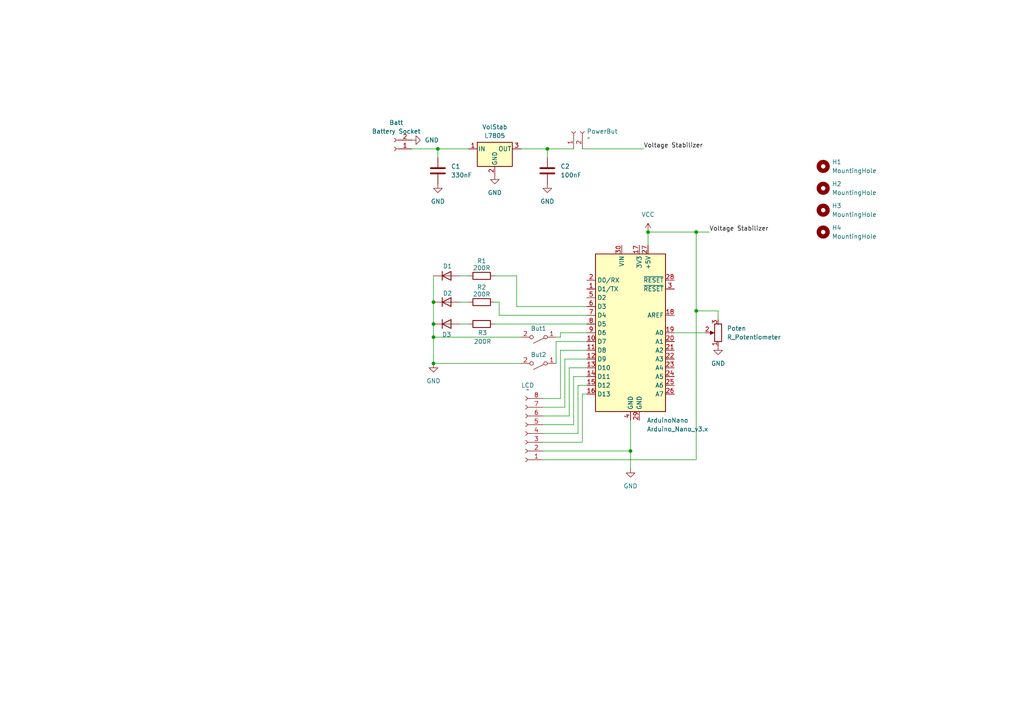
<source format=kicad_sch>
(kicad_sch (version 20231120) (generator "eeschema") (generator_version "8.0")
  (paper "A4")
  (lib_symbols
    (symbol "Connector:Conn_01x02_Socket" (pin_names (offset 1.016) hide)
      (property "Reference" "J" (at 0 2.54 0))
      (property "Value" "Conn_01x02_Socket" (at 0 -5.08 0))
      (symbol "Conn_01x02_Socket_1_1"
        (arc (start 0 -2.032) (mid -0.5058 -2.54) (end 0 -3.048) (stroke (width 0.1524)))
        (polyline (pts (xy -1.27 -2.54) (xy -0.508 -2.54)) (stroke (width 0.1524)))
        (polyline (pts (xy -1.27 0) (xy -0.508 0)) (stroke (width 0.1524)))
        (arc (start 0 0.508) (mid -0.5058 0) (end 0 -0.508) (stroke (width 0.1524)))
        (pin passive line (at -5.08 0 0) (length 3.81) (name "Pin_1") (number "1"))
        (pin passive line (at -5.08 -2.54 0) (length 3.81) (name "Pin_2") (number "2"))
      )
    )
    (symbol "Connector:Conn_01x08_Socket" (pin_names (offset 1.016) hide)
      (property "Reference" "J" (at 0 10.16 0))
      (property "Value" "Conn_01x08_Socket" (at 0 -12.7 0))
      (symbol "Conn_01x08_Socket_1_1"
        (arc (start 0 -9.652) (mid -0.5058 -10.16) (end 0 -10.668) (stroke (width 0.1524)))
        (arc (start 0 -7.112) (mid -0.5058 -7.62) (end 0 -8.128) (stroke (width 0.1524)))
        (arc (start 0 -4.572) (mid -0.5058 -5.08) (end 0 -5.588) (stroke (width 0.1524)))
        (arc (start 0 -2.032) (mid -0.5058 -2.54) (end 0 -3.048) (stroke (width 0.1524)))
        (polyline (pts (xy -1.27 -10.16) (xy -0.508 -10.16)) (stroke (width 0.1524)))
        (polyline (pts (xy -1.27 -7.62) (xy -0.508 -7.62)) (stroke (width 0.1524)))
        (polyline (pts (xy -1.27 -5.08) (xy -0.508 -5.08)) (stroke (width 0.1524)))
        (polyline (pts (xy -1.27 -2.54) (xy -0.508 -2.54)) (stroke (width 0.1524)))
        (polyline (pts (xy -1.27 0) (xy -0.508 0)) (stroke (width 0.1524)))
        (polyline (pts (xy -1.27 2.54) (xy -0.508 2.54)) (stroke (width 0.1524)))
        (polyline (pts (xy -1.27 5.08) (xy -0.508 5.08)) (stroke (width 0.1524)))
        (polyline (pts (xy -1.27 7.62) (xy -0.508 7.62)) (stroke (width 0.1524)))
        (arc (start 0 0.508) (mid -0.5058 0) (end 0 -0.508) (stroke (width 0.1524)))
        (arc (start 0 3.048) (mid -0.5058 2.54) (end 0 2.032) (stroke (width 0.1524)))
        (arc (start 0 5.588) (mid -0.5058 5.08) (end 0 4.572) (stroke (width 0.1524)))
        (arc (start 0 8.128) (mid -0.5058 7.62) (end 0 7.112) (stroke (width 0.1524)))
        (pin passive line (at -5.08 7.62 0) (length 3.81) (name "Pin_1") (number "1"))
        (pin passive line (at -5.08 5.08 0) (length 3.81) (name "Pin_2") (number "2"))
        (pin passive line (at -5.08 2.54 0) (length 3.81) (name "Pin_3") (number "3"))
        (pin passive line (at -5.08 0 0) (length 3.81) (name "Pin_4") (number "4"))
        (pin passive line (at -5.08 -2.54 0) (length 3.81) (name "Pin_5") (number "5"))
        (pin passive line (at -5.08 -5.08 0) (length 3.81) (name "Pin_6") (number "6"))
        (pin passive line (at -5.08 -7.62 0) (length 3.81) (name "Pin_7") (number "7"))
        (pin passive line (at -5.08 -10.16 0) (length 3.81) (name "Pin_8") (number "8"))
      )
    )
    (symbol "Device:C" (pin_numbers hide) (pin_names (offset 0.254))
      (property "Reference" "C" (at 0.635 2.54 0))
      (property "Value" "C" (at 0.635 -2.54 0))
      (symbol "C_0_1"
        (polyline (pts (xy -2.032 -0.762) (xy 2.032 -0.762)) (stroke (width 0.508)))
        (polyline (pts (xy -2.032 0.762) (xy 2.032 0.762)) (stroke (width 0.508)))
      )
      (symbol "C_1_1"
        (pin passive line (at 0 3.81 270) (length 2.794) (name "~") (number "1"))
        (pin passive line (at 0 -3.81 90) (length 2.794) (name "~") (number "2"))
      )
    )
    (symbol "Device:D" (pin_numbers hide) (pin_names (offset 1.016) hide)
      (property "Reference" "D" (at 0 2.54 0))
      (property "Value" "D" (at 0 -2.54 0))
      (symbol "D_0_1"
        (polyline (pts (xy -1.27 1.27) (xy -1.27 -1.27)) (stroke (width 0.254)))
        (polyline (pts (xy 1.27 0) (xy -1.27 0)))
        (polyline (pts (xy 1.27 1.27) (xy 1.27 -1.27) (xy -1.27 0) (xy 1.27 1.27)) (stroke (width 0.254)))
      )
      (symbol "D_1_1"
        (pin passive line (at -3.81 0 0) (length 2.54) (name "K") (number "1"))
        (pin passive line (at 3.81 0 180) (length 2.54) (name "A") (number "2"))
      )
    )
    (symbol "Device:R" (pin_numbers hide) (pin_names (offset 0))
      (property "Reference" "R" (at 2.032 0 90))
      (property "Value" "R" (at 0 0 90))
      (symbol "R_0_1"
        (rectangle (start -1.016 -2.54) (end 1.016 2.54) (stroke (width 0.254)))
      )
      (symbol "R_1_1"
        (pin passive line (at 0 3.81 270) (length 1.27) (name "~") (number "1"))
        (pin passive line (at 0 -3.81 90) (length 1.27) (name "~") (number "2"))
      )
    )
    (symbol "Device:R_Potentiometer" (pin_names (offset 1.016) hide)
      (property "Reference" "RV" (at -4.445 0 90))
      (property "Value" "R_Potentiometer" (at -2.54 0 90))
      (symbol "R_Potentiometer_0_1"
        (polyline (pts (xy 2.54 0) (xy 1.524 0)))
        (polyline (pts (xy 1.143 0) (xy 2.286 0.508) (xy 2.286 -0.508) (xy 1.143 0)) (fill (type outline)))
        (rectangle (start 1.016 2.54) (end -1.016 -2.54) (stroke (width 0.254)))
      )
      (symbol "R_Potentiometer_1_1"
        (pin passive line (at 0 3.81 270) (length 1.27) (name "1") (number "1"))
        (pin passive line (at 3.81 0 180) (length 1.27) (name "2") (number "2"))
        (pin passive line (at 0 -3.81 90) (length 1.27) (name "3") (number "3"))
      )
    )
    (symbol "MCU_Module:Arduino_Nano_v3.x"
      (property "Reference" "A" (at -10.16 23.495 0))
      (property "Value" "Arduino_Nano_v3.x" (at 5.08 -24.13 0))
      (symbol "Arduino_Nano_v3.x_0_1"
        (rectangle (start -10.16 22.86) (end 10.16 -22.86) (stroke (width 0.254)) (fill (type background)))
      )
      (symbol "Arduino_Nano_v3.x_1_1"
        (pin bidirectional line (at -12.7 12.7 0) (length 2.54) (name "D1/TX") (number "1"))
        (pin bidirectional line (at -12.7 -2.54 0) (length 2.54) (name "D7") (number "10"))
        (pin bidirectional line (at -12.7 -5.08 0) (length 2.54) (name "D8") (number "11"))
        (pin bidirectional line (at -12.7 -7.62 0) (length 2.54) (name "D9") (number "12"))
        (pin bidirectional line (at -12.7 -10.16 0) (length 2.54) (name "D10") (number "13"))
        (pin bidirectional line (at -12.7 -12.7 0) (length 2.54) (name "D11") (number "14"))
        (pin bidirectional line (at -12.7 -15.24 0) (length 2.54) (name "D12") (number "15"))
        (pin bidirectional line (at -12.7 -17.78 0) (length 2.54) (name "D13") (number "16"))
        (pin power_out line (at 2.54 25.4 270) (length 2.54) (name "3V3") (number "17"))
        (pin input line (at 12.7 5.08 180) (length 2.54) (name "AREF") (number "18"))
        (pin bidirectional line (at 12.7 0 180) (length 2.54) (name "A0") (number "19"))
        (pin bidirectional line (at -12.7 15.24 0) (length 2.54) (name "D0/RX") (number "2"))
        (pin bidirectional line (at 12.7 -2.54 180) (length 2.54) (name "A1") (number "20"))
        (pin bidirectional line (at 12.7 -5.08 180) (length 2.54) (name "A2") (number "21"))
        (pin bidirectional line (at 12.7 -7.62 180) (length 2.54) (name "A3") (number "22"))
        (pin bidirectional line (at 12.7 -10.16 180) (length 2.54) (name "A4") (number "23"))
        (pin bidirectional line (at 12.7 -12.7 180) (length 2.54) (name "A5") (number "24"))
        (pin bidirectional line (at 12.7 -15.24 180) (length 2.54) (name "A6") (number "25"))
        (pin bidirectional line (at 12.7 -17.78 180) (length 2.54) (name "A7") (number "26"))
        (pin power_out line (at 5.08 25.4 270) (length 2.54) (name "+5V") (number "27"))
        (pin input line (at 12.7 15.24 180) (length 2.54) (name "~{RESET}") (number "28"))
        (pin power_in line (at 2.54 -25.4 90) (length 2.54) (name "GND") (number "29"))
        (pin input line (at 12.7 12.7 180) (length 2.54) (name "~{RESET}") (number "3"))
        (pin power_in line (at -2.54 25.4 270) (length 2.54) (name "VIN") (number "30"))
        (pin power_in line (at 0 -25.4 90) (length 2.54) (name "GND") (number "4"))
        (pin bidirectional line (at -12.7 10.16 0) (length 2.54) (name "D2") (number "5"))
        (pin bidirectional line (at -12.7 7.62 0) (length 2.54) (name "D3") (number "6"))
        (pin bidirectional line (at -12.7 5.08 0) (length 2.54) (name "D4") (number "7"))
        (pin bidirectional line (at -12.7 2.54 0) (length 2.54) (name "D5") (number "8"))
        (pin bidirectional line (at -12.7 0 0) (length 2.54) (name "D6") (number "9"))
      )
    )
    (symbol "Mechanical:MountingHole" (pin_names (offset 1.016)) (exclude_from_sim yes) (in_bom no)
      (property "Reference" "H" (at 0 5.08 0))
      (property "Value" "MountingHole" (at 0 3.175 0))
      (symbol "MountingHole_0_1"
        (circle (center 0 0) (radius 1.27) (stroke (width 1.27)))
      )
    )
    (symbol "Regulator_Linear:L7805" (pin_names (offset 0.254))
      (property "Reference" "U" (at -3.81 3.175 0))
      (property "Value" "L7805" (at 0 3.175 0))
      (symbol "L7805_0_1"
        (rectangle (start -5.08 1.905) (end 5.08 -5.08) (stroke (width 0.254)) (fill (type background)))
      )
      (symbol "L7805_1_1"
        (pin power_in line (at -7.62 0 0) (length 2.54) (name "IN") (number "1"))
        (pin power_in line (at 0 -7.62 90) (length 2.54) (name "GND") (number "2"))
        (pin power_out line (at 7.62 0 180) (length 2.54) (name "OUT") (number "3"))
      )
    )
    (symbol "Switch:SW_SPST" (pin_names (offset 0) hide)
      (property "Reference" "SW" (at 0 3.175 0))
      (property "Value" "SW_SPST" (at 0 -2.54 0))
      (symbol "SW_SPST_0_0"
        (circle (center -2.032 0) (radius 0.508))
        (polyline (pts (xy -1.524 0.254) (xy 1.524 1.778)))
        (circle (center 2.032 0) (radius 0.508))
      )
      (symbol "SW_SPST_1_1"
        (pin passive line (at -5.08 0 0) (length 2.54) (name "A") (number "1"))
        (pin passive line (at 5.08 0 180) (length 2.54) (name "B") (number "2"))
      )
    )
    (symbol "power:GND" (power) (pin_numbers hide) (pin_names (offset 0) hide)
      (property "Value" "GND" (at 0 -3.81 0))
      (symbol "GND_0_1"
        (polyline (pts (xy 0 0) (xy 0 -1.27) (xy 1.27 -1.27) (xy 0 -2.54) (xy -1.27 -1.27) (xy 0 -1.27)))
      )
      (symbol "GND_1_1"
        (pin power_in line (at 0 0 270) (length 0) (name "~") (number "1"))
      )
    )
    (symbol "power:VCC" (power) (pin_numbers hide) (pin_names (offset 0) hide)
      (property "Value" "VCC" (at 0 3.556 0))
      (symbol "VCC_0_1"
        (polyline (pts (xy -0.762 1.27) (xy 0 2.54)))
        (polyline (pts (xy 0 0) (xy 0 2.54)))
        (polyline (pts (xy 0 2.54) (xy 0.762 1.27)))
      )
      (symbol "VCC_1_1"
        (pin power_in line (at 0 0 90) (length 0) (name "~") (number "1"))
      )
    )
  )
  (junction (at 125.73 105.41))
  (junction (at 201.93 90.17))
  (junction (at 125.73 93.98))
  (junction (at 125.73 87.63))
  (junction (at 127 43.18))
  (junction (at 182.88 130.81))
  (junction (at 201.93 67.31))
  (junction (at 158.75 43.18))
  (junction (at 125.73 97.79))
  (junction (at 187.96 67.31))
  (wire (pts (xy 125.73 87.63) (xy 125.73 80.01)))
  (wire (pts (xy 125.73 93.98) (xy 125.73 97.79)))
  (wire (pts (xy 144.78 87.63) (xy 144.78 91.44)))
  (wire (pts (xy 168.91 114.3) (xy 170.18 114.3)))
  (wire (pts (xy 167.64 125.73) (xy 157.48 125.73)))
  (wire (pts (xy 162.56 101.6) (xy 162.56 115.57)))
  (wire (pts (xy 143.51 80.01) (xy 149.86 80.01)))
  (wire (pts (xy 162.56 97.79) (xy 162.56 96.52)))
  (wire (pts (xy 157.48 120.65) (xy 165.1 120.65)))
  (wire (pts (xy 125.73 97.79) (xy 151.13 97.79)))
  (wire (pts (xy 125.73 105.41) (xy 151.13 105.41)))
  (wire (pts (xy 162.56 115.57) (xy 157.48 115.57)))
  (wire (pts (xy 170.18 111.76) (xy 167.64 111.76)))
  (wire (pts (xy 170.18 104.14) (xy 163.83 104.14)))
  (wire (pts (xy 165.1 106.68) (xy 165.1 120.65)))
  (wire (pts (xy 144.78 91.44) (xy 170.18 91.44)))
  (wire (pts (xy 162.56 96.52) (xy 170.18 96.52)))
  (wire (pts (xy 125.73 97.79) (xy 125.73 105.41)))
  (wire (pts (xy 201.93 90.17) (xy 208.28 90.17)))
  (wire (pts (xy 167.64 111.76) (xy 167.64 125.73)))
  (wire (pts (xy 201.93 67.31) (xy 201.93 90.17)))
  (wire (pts (xy 125.73 87.63) (xy 125.73 93.98)))
  (wire (pts (xy 201.93 133.35) (xy 157.48 133.35)))
  (wire (pts (xy 187.96 67.31) (xy 201.93 67.31)))
  (wire (pts (xy 170.18 99.06) (xy 161.29 99.06)))
  (wire (pts (xy 161.29 99.06) (xy 161.29 105.41)))
  (wire (pts (xy 151.13 43.18) (xy 158.75 43.18)))
  (wire (pts (xy 201.93 67.31) (xy 205.74 67.31)))
  (wire (pts (xy 127 45.72) (xy 127 43.18)))
  (wire (pts (xy 208.28 92.71) (xy 208.28 90.17)))
  (wire (pts (xy 119.38 43.18) (xy 127 43.18)))
  (wire (pts (xy 170.18 106.68) (xy 165.1 106.68)))
  (wire (pts (xy 133.35 93.98) (xy 135.89 93.98)))
  (wire (pts (xy 158.75 43.18) (xy 166.37 43.18)))
  (wire (pts (xy 157.48 128.27) (xy 168.91 128.27)))
  (wire (pts (xy 187.96 71.12) (xy 187.96 67.31)))
  (wire (pts (xy 149.86 88.9) (xy 170.18 88.9)))
  (wire (pts (xy 133.35 80.01) (xy 135.89 80.01)))
  (wire (pts (xy 182.88 121.92) (xy 182.88 130.81)))
  (wire (pts (xy 157.48 118.11) (xy 163.83 118.11)))
  (wire (pts (xy 166.37 109.22) (xy 166.37 123.19)))
  (wire (pts (xy 182.88 130.81) (xy 182.88 135.89)))
  (wire (pts (xy 149.86 80.01) (xy 149.86 88.9)))
  (wire (pts (xy 170.18 101.6) (xy 162.56 101.6)))
  (wire (pts (xy 127 43.18) (xy 135.89 43.18)))
  (wire (pts (xy 195.58 96.52) (xy 204.47 96.52)))
  (wire (pts (xy 157.48 130.81) (xy 182.88 130.81)))
  (wire (pts (xy 201.93 90.17) (xy 201.93 133.35)))
  (wire (pts (xy 135.89 87.63) (xy 133.35 87.63)))
  (wire (pts (xy 162.56 97.79) (xy 161.29 97.79)))
  (wire (pts (xy 170.18 109.22) (xy 166.37 109.22)))
  (wire (pts (xy 144.78 87.63) (xy 143.51 87.63)))
  (wire (pts (xy 168.91 43.18) (xy 186.69 43.18)))
  (wire (pts (xy 158.75 43.18) (xy 158.75 45.72)))
  (wire (pts (xy 143.51 93.98) (xy 170.18 93.98)))
  (wire (pts (xy 166.37 123.19) (xy 157.48 123.19)))
  (wire (pts (xy 163.83 104.14) (xy 163.83 118.11)))
  (wire (pts (xy 168.91 128.27) (xy 168.91 114.3)))
  (label "Voltage Stabilizer" (at 205.74 67.31 0))
  (label "Voltage Stabilizer" (at 186.69 43.18 0))
  (symbol (lib_id "MCU_Module:Arduino_Nano_v3.x") (at 182.88 96.52 0) (unit 1)
    (property "Reference" "ArduinoNano" (at 187.6141 121.92 0) (effects (justify left)))
    (property "Value" "Arduino_Nano_v3.x" (at 187.6141 124.46 0) (effects (justify left)))
    (property "Footprint" "Module:Arduino_Nano" (effects (hide yes)))
    (property "Datasheet" "http://www.mouser.com/pdfdocs/Gravitech_Arduino_Nano3_0.pdf" (effects (hide yes)))
    (property "Description" "Arduino Nano v3.x" (effects (hide yes)))
  )
  (symbol (lib_id "Device:D") (at 129.54 93.98 0) (unit 1)
    (property "Reference" "D3" (at 129.54 97.028 0))
    (property "Value" "D" (effects (hide yes)))
    (property "Footprint" "Diode_THT:D_5W_P10.16mm_Horizontal" (effects (hide yes)))
    (property "Description" "Diode" (effects (hide yes)))
    (property "Sim.Device" "D" (effects (hide yes)))
    (property "Sim.Pins" "1=K 2=A" (effects (hide yes)))
  )
  (symbol (lib_id "power:VCC") (at 187.96 67.31 0) (unit 1)
    (property "Reference" "#PWR01" (effects (hide yes)))
    (property "Value" "VCC" (at 187.96 62.23 0))
    (property "Description" "Power symbol creates a global label with name \"VCC\"" (effects (hide yes)))
  )
  (symbol (lib_id "Device:R") (at 139.7 87.63 90) (unit 1)
    (property "Reference" "R2" (at 139.7 83.312 90))
    (property "Value" "200R" (at 139.7 85.344 90))
    (property "Footprint" "Resistor_THT:R_Axial_DIN0204_L3.6mm_D1.6mm_P7.62mm_Horizontal" (effects (hide yes)))
    (property "Description" "Resistor" (effects (hide yes)))
  )
  (symbol (lib_id "Mechanical:MountingHole") (at 238.76 60.96 0) (unit 1) (exclude_from_sim yes) (in_bom no)
    (property "Reference" "H3" (at 241.3 59.6899 0) (effects (justify left)))
    (property "Value" "MountingHole" (at 241.3 62.2299 0) (effects (justify left)))
    (property "Footprint" "MountingHole:MountingHole_3.2mm_M3" (effects (hide yes)))
    (property "Description" "Mounting Hole without connection" (effects (hide yes)))
  )
  (symbol (lib_id "power:GND") (at 143.51 50.8 0) (unit 1)
    (property "Reference" "#PWR03" (effects (hide yes)))
    (property "Value" "GND" (at 143.51 55.88 0))
    (property "Description" "Power symbol creates a global label with name \"GND\" , ground" (effects (hide yes)))
  )
  (symbol (lib_id "Device:C") (at 127 49.53 0) (unit 1)
    (property "Reference" "C1" (at 130.81 48.2599 0) (effects (justify left)))
    (property "Value" "330nF" (at 130.81 50.7999 0) (effects (justify left)))
    (property "Footprint" "Capacitor_THT:CP_Axial_L10.0mm_D4.5mm_P15.00mm_Horizontal" (effects (hide yes)))
    (property "Description" "Unpolarized capacitor" (effects (hide yes)))
  )
  (symbol (lib_id "Regulator_Linear:L7805") (at 143.51 43.18 0) (unit 1)
    (property "Reference" "VolStab" (at 143.51 36.83 0))
    (property "Value" "L7805" (at 143.51 39.37 0))
    (property "Footprint" "Package_TO_SOT_THT:TO-220-3_Vertical" (effects (hide yes)))
    (property "Datasheet" "http://www.st.com/content/ccc/resource/technical/document/datasheet/41/4f/b3/b0/12/d4/47/88/CD00000444.pdf/files/CD00000444.pdf/jcr:content/translations/en.CD00000444.pdf" (effects (hide yes)))
    (property "Description" "Positive 1.5A 35V Linear Regulator, Fixed Output 5V, TO-220/TO-263/TO-252" (effects (hide yes)))
  )
  (symbol (lib_id "Mechanical:MountingHole") (at 238.76 54.61 0) (unit 1) (exclude_from_sim yes) (in_bom no)
    (property "Reference" "H2" (at 241.3 53.3399 0) (effects (justify left)))
    (property "Value" "MountingHole" (at 241.3 55.8799 0) (effects (justify left)))
    (property "Footprint" "MountingHole:MountingHole_3.2mm_M3" (effects (hide yes)))
    (property "Description" "Mounting Hole without connection" (effects (hide yes)))
  )
  (symbol (lib_id "power:GND") (at 127 53.34 0) (unit 1)
    (property "Reference" "#PWR05" (effects (hide yes)))
    (property "Value" "GND" (at 127 58.42 0))
    (property "Description" "Power symbol creates a global label with name \"GND\" , ground" (effects (hide yes)))
  )
  (symbol (lib_id "Mechanical:MountingHole") (at 238.76 48.26 0) (unit 1) (exclude_from_sim yes) (in_bom no)
    (property "Reference" "H1" (at 241.3 46.9899 0) (effects (justify left)))
    (property "Value" "MountingHole" (at 241.3 49.5299 0) (effects (justify left)))
    (property "Footprint" "MountingHole:MountingHole_3.2mm_M3" (effects (hide yes)))
    (property "Description" "Mounting Hole without connection" (effects (hide yes)))
  )
  (symbol (lib_id "Mechanical:MountingHole") (at 238.76 67.31 0) (unit 1) (exclude_from_sim yes) (in_bom no)
    (property "Reference" "H4" (at 241.3 66.0399 0) (effects (justify left)))
    (property "Value" "MountingHole" (at 241.3 68.5799 0) (effects (justify left)))
    (property "Footprint" "MountingHole:MountingHole_3.2mm_M3" (effects (hide yes)))
    (property "Description" "Mounting Hole without connection" (effects (hide yes)))
  )
  (symbol (lib_id "power:GND") (at 208.28 100.33 0) (unit 1)
    (property "Reference" "#PWR08" (effects (hide yes)))
    (property "Value" "GND" (at 208.28 105.41 0))
    (property "Description" "Power symbol creates a global label with name \"GND\" , ground" (effects (hide yes)))
  )
  (symbol (lib_id "power:GND") (at 158.75 53.34 0) (unit 1)
    (property "Reference" "#PWR06" (effects (hide yes)))
    (property "Value" "GND" (at 158.75 58.42 0))
    (property "Description" "Power symbol creates a global label with name \"GND\" , ground" (effects (hide yes)))
  )
  (symbol (lib_id "Switch:SW_SPST") (at 156.21 105.41 180) (unit 1)
    (property "Reference" "But2" (at 156.21 102.87 0))
    (property "Value" "SW_SPST" (effects (hide yes)))
    (property "Footprint" "Connector_PinHeader_2.54mm:PinHeader_1x02_P2.54mm_Vertical" (effects (hide yes)))
    (property "Description" "Single Pole Single Throw (SPST) switch" (effects (hide yes)))
  )
  (symbol (lib_id "Device:R") (at 139.7 80.01 90) (unit 1)
    (property "Reference" "R1" (at 139.7 75.692 90))
    (property "Value" "200R" (at 139.7 77.724 90))
    (property "Footprint" "Resistor_THT:R_Axial_DIN0204_L3.6mm_D1.6mm_P7.62mm_Horizontal" (effects (hide yes)))
    (property "Description" "Resistor" (effects (hide yes)))
  )
  (symbol (lib_id "Connector:Conn_01x08_Socket") (at 152.4 125.73 180) (unit 1)
    (property "Reference" "LCD" (at 153.035 111.76 0))
    (property "Value" "~" (at 153.035 113.03 0))
    (property "Footprint" "Connector_PinHeader_2.54mm:PinHeader_1x08_P2.54mm_Vertical" (effects (hide yes)))
    (property "Description" "Generic connector, single row, 01x08, script generated" (effects (hide yes)))
  )
  (symbol (lib_id "Connector:Conn_01x02_Socket") (at 114.3 43.18 180) (unit 1)
    (property "Reference" "Batt" (at 114.935 35.56 0))
    (property "Value" "Battery Socket" (at 114.935 38.1 0))
    (property "Footprint" "Connector_PinHeader_2.54mm:PinHeader_1x02_P2.54mm_Vertical" (effects (hide yes)))
    (property "Description" "Generic connector, single row, 01x02, script generated" (effects (hide yes)))
  )
  (symbol (lib_id "power:GND") (at 119.38 40.64 90) (unit 1)
    (property "Reference" "#PWR04" (effects (hide yes)))
    (property "Value" "GND" (at 123.19 40.6399 90) (effects (justify right)))
    (property "Description" "Power symbol creates a global label with name \"GND\" , ground" (effects (hide yes)))
  )
  (symbol (lib_id "Device:D") (at 129.54 80.01 0) (unit 1)
    (property "Reference" "D1" (at 129.794 77.216 0))
    (property "Value" "D" (effects (hide yes)))
    (property "Footprint" "Diode_THT:D_5W_P10.16mm_Horizontal" (effects (hide yes)))
    (property "Description" "Diode" (effects (hide yes)))
    (property "Sim.Device" "D" (effects (hide yes)))
    (property "Sim.Pins" "1=K 2=A" (effects (hide yes)))
  )
  (symbol (lib_id "Device:R_Potentiometer") (at 208.28 96.52 180) (unit 1)
    (property "Reference" "Poten" (at 210.82 95.2499 0) (effects (justify right)))
    (property "Value" "R_Potentiometer" (at 210.82 97.7899 0) (effects (justify right)))
    (property "Footprint" "Connector_PinHeader_2.54mm:PinHeader_1x03_P2.54mm_Vertical" (effects (hide yes)))
    (property "Description" "Potentiometer" (effects (hide yes)))
  )
  (symbol (lib_id "Device:C") (at 158.75 49.53 0) (unit 1)
    (property "Reference" "C2" (at 162.56 48.2599 0) (effects (justify left)))
    (property "Value" "100nF" (at 162.56 50.7999 0) (effects (justify left)))
    (property "Footprint" "Capacitor_THT:CP_Axial_L10.0mm_D4.5mm_P15.00mm_Horizontal" (effects (hide yes)))
    (property "Description" "Unpolarized capacitor" (effects (hide yes)))
  )
  (symbol (lib_id "Connector:Conn_01x02_Socket") (at 166.37 38.1 90) (unit 1)
    (property "Reference" "PowerBut" (at 170.18 38.0999 90) (effects (justify right)))
    (property "Value" "~" (at 170.18 40.005 90) (effects (justify right)))
    (property "Footprint" "Connector_PinHeader_2.54mm:PinHeader_1x02_P2.54mm_Vertical" (effects (hide yes)))
    (property "Description" "Generic connector, single row, 01x02, script generated" (effects (hide yes)))
  )
  (symbol (lib_id "Device:D") (at 129.54 87.63 0) (unit 1)
    (property "Reference" "D2" (at 129.794 85.09 0))
    (property "Value" "D" (effects (hide yes)))
    (property "Footprint" "Diode_THT:D_5W_P10.16mm_Horizontal" (effects (hide yes)))
    (property "Description" "Diode" (effects (hide yes)))
    (property "Sim.Device" "D" (effects (hide yes)))
    (property "Sim.Pins" "1=K 2=A" (effects (hide yes)))
  )
  (symbol (lib_id "power:GND") (at 125.73 105.41 0) (unit 1)
    (property "Reference" "#PWR07" (effects (hide yes)))
    (property "Value" "GND" (at 125.73 110.49 0))
    (property "Description" "Power symbol creates a global label with name \"GND\" , ground" (effects (hide yes)))
  )
  (symbol (lib_id "Device:R") (at 139.7 93.98 90) (unit 1)
    (property "Reference" "R3" (at 139.954 96.52 90))
    (property "Value" "200R" (at 139.954 99.06 90))
    (property "Footprint" "Resistor_THT:R_Axial_DIN0204_L3.6mm_D1.6mm_P7.62mm_Horizontal" (effects (hide yes)))
    (property "Description" "Resistor" (effects (hide yes)))
  )
  (symbol (lib_id "power:GND") (at 182.88 135.89 0) (unit 1)
    (property "Reference" "#PWR02" (effects (hide yes)))
    (property "Value" "GND" (at 182.88 140.97 0))
    (property "Description" "Power symbol creates a global label with name \"GND\" , ground" (effects (hide yes)))
  )
  (symbol (lib_id "Switch:SW_SPST") (at 156.21 97.79 180) (unit 1)
    (property "Reference" "But1" (at 156.21 95.25 0))
    (property "Value" "SW_SPST" (effects (hide yes)))
    (property "Footprint" "Connector_PinHeader_2.54mm:PinHeader_1x02_P2.54mm_Vertical" (effects (hide yes)))
    (property "Description" "Single Pole Single Throw (SPST) switch" (effects (hide yes)))
  )
)
</source>
